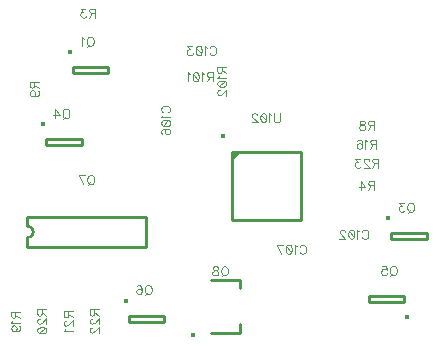
<source format=gbr>
%TF.GenerationSoftware,Novarm,DipTrace,3.0.0.2*%
%TF.CreationDate,2017-04-09T13:10:19+02:00*%
%FSLAX26Y26*%
%MOIN*%
%TF.FileFunction,Legend,Bot*%
%TF.Part,Single*%
%ADD10C,0.009843*%
%ADD29C,0.015404*%
%ADD31C,0.01542*%
%ADD36O,0.016422X0.016542*%
%ADD78C,0.004632*%
G75*
G01*
%LPD*%
D29*
X700864Y1574276D3*
X710064Y1524134D2*
D10*
X828169D1*
Y1504449D1*
X710064D1*
Y1524134D1*
D29*
X1763167Y1021225D3*
X1772368Y971083D2*
D10*
X1890472D1*
Y951398D1*
X1772368D1*
Y971083D1*
D29*
X613167Y1333725D3*
X622368Y1283583D2*
D10*
X740472D1*
Y1263898D1*
X622368D1*
Y1283583D1*
D29*
X1824865Y691807D3*
X1815664Y741949D2*
D10*
X1697559D1*
Y761634D1*
X1815664D1*
Y741949D1*
D29*
X888167Y746225D3*
X897368Y696083D2*
D10*
X1015472D1*
Y676398D1*
X897368D1*
Y696083D1*
X1170898Y639488D2*
X1269304D1*
Y669028D1*
Y787113D2*
Y816654D1*
X1170898D1*
D31*
X1112269Y630391D3*
X1242039Y1242823D2*
D10*
X1470402D1*
Y1014500D1*
X1242039D1*
Y1242823D1*
D36*
X1210923Y1294476D3*
G36*
X1242039Y1242823D2*
X1273531D1*
X1242039Y1211330D1*
Y1242823D1*
G37*
X559681Y1026405D2*
D10*
X953350D1*
X559681Y924028D2*
X953350D1*
Y1026405D2*
Y924028D1*
X559681Y1026405D2*
Y994911D1*
Y955522D2*
Y924028D1*
Y994911D2*
G02X559681Y955522I-11J-19694D01*
G01*
X1674880Y975472D2*
D78*
X1676306Y978324D1*
X1679191Y981209D1*
X1682043Y982635D1*
X1687779D1*
X1690665Y981209D1*
X1693516Y978324D1*
X1694976Y975472D1*
X1696402Y971161D1*
Y963965D1*
X1694976Y959687D1*
X1693516Y956802D1*
X1690665Y953950D1*
X1687779Y952491D1*
X1682043D1*
X1679191Y953950D1*
X1676306Y956802D1*
X1674880Y959687D1*
X1665616Y976864D2*
X1662731Y978324D1*
X1658420Y982601D1*
Y952491D1*
X1640534Y982601D2*
X1644845Y981176D1*
X1647730Y976864D1*
X1649156Y969702D1*
Y965391D1*
X1647730Y958228D1*
X1644845Y953917D1*
X1640534Y952491D1*
X1637682D1*
X1633371Y953917D1*
X1630519Y958228D1*
X1629060Y965391D1*
Y969702D1*
X1630519Y976864D1*
X1633371Y981176D1*
X1637682Y982601D1*
X1640534D1*
X1630519Y976864D2*
X1647730Y958228D1*
X1618338Y975439D2*
Y976864D1*
X1616912Y979750D1*
X1615486Y981176D1*
X1612601Y982601D1*
X1606864D1*
X1604012Y981176D1*
X1602586Y979750D1*
X1601127Y976864D1*
Y974013D1*
X1602586Y971128D1*
X1605438Y966850D1*
X1619797Y952491D1*
X1599701D1*
X1166809Y1587972D2*
X1168235Y1590824D1*
X1171120Y1593709D1*
X1173972Y1595135D1*
X1179709D1*
X1182594Y1593709D1*
X1185446Y1590824D1*
X1186905Y1587972D1*
X1188331Y1583661D1*
Y1576465D1*
X1186905Y1572187D1*
X1185446Y1569302D1*
X1182594Y1566450D1*
X1179709Y1564991D1*
X1173972D1*
X1171120Y1566450D1*
X1168235Y1569302D1*
X1166809Y1572187D1*
X1157545Y1589364D2*
X1154660Y1590824D1*
X1150349Y1595101D1*
Y1564991D1*
X1132463Y1595101D2*
X1136774Y1593676D1*
X1139660Y1589364D1*
X1141086Y1582202D1*
Y1577891D1*
X1139660Y1570728D1*
X1136774Y1566417D1*
X1132463Y1564991D1*
X1129612D1*
X1125301Y1566417D1*
X1122449Y1570728D1*
X1120990Y1577891D1*
Y1582202D1*
X1122449Y1589364D1*
X1125301Y1593676D1*
X1129612Y1595101D1*
X1132463D1*
X1122449Y1589364D2*
X1139660Y1570728D1*
X1108841Y1595101D2*
X1093089D1*
X1101678Y1583628D1*
X1097367D1*
X1094515Y1582202D1*
X1093089Y1580776D1*
X1091630Y1576465D1*
Y1573613D1*
X1093089Y1569302D1*
X1095941Y1566417D1*
X1100252Y1564991D1*
X1104563D1*
X1108841Y1566417D1*
X1110267Y1567876D1*
X1111726Y1570728D1*
X1012560Y1374150D2*
X1009708Y1375576D1*
X1006823Y1378461D1*
X1005397Y1381313D1*
Y1387050D1*
X1006823Y1389935D1*
X1009708Y1392787D1*
X1012560Y1394246D1*
X1016871Y1395672D1*
X1024067D1*
X1028345Y1394246D1*
X1031230Y1392787D1*
X1034082Y1389935D1*
X1035541Y1387050D1*
Y1381313D1*
X1034082Y1378461D1*
X1031230Y1375576D1*
X1028345Y1374150D1*
X1011167Y1364886D2*
X1009708Y1362001D1*
X1005430Y1357690D1*
X1035541D1*
X1005430Y1339805D2*
X1006856Y1344116D1*
X1011167Y1347001D1*
X1018330Y1348427D1*
X1022641D1*
X1029804Y1347001D1*
X1034115Y1344116D1*
X1035541Y1339805D1*
Y1336953D1*
X1034115Y1332642D1*
X1029804Y1329790D1*
X1022641Y1328331D1*
X1018330D1*
X1011167Y1329790D1*
X1006856Y1332642D1*
X1005430Y1336953D1*
Y1339805D1*
X1011167Y1329790D2*
X1029804Y1347001D1*
X1009708Y1301856D2*
X1006856Y1303282D1*
X1005430Y1307593D1*
Y1310445D1*
X1006856Y1314756D1*
X1011167Y1317641D1*
X1018330Y1319067D1*
X1025493D1*
X1031230Y1317641D1*
X1034115Y1314756D1*
X1035541Y1310445D1*
Y1309019D1*
X1034115Y1304742D1*
X1031230Y1301856D1*
X1026919Y1300431D1*
X1025493D1*
X1021182Y1301856D1*
X1018330Y1304742D1*
X1016904Y1309019D1*
Y1310445D1*
X1018330Y1314756D1*
X1021182Y1317641D1*
X1025493Y1319067D1*
X1466809Y925472D2*
X1468235Y928324D1*
X1471120Y931209D1*
X1473972Y932635D1*
X1479709D1*
X1482594Y931209D1*
X1485446Y928324D1*
X1486905Y925472D1*
X1488331Y921161D1*
Y913965D1*
X1486905Y909687D1*
X1485446Y906802D1*
X1482594Y903950D1*
X1479709Y902491D1*
X1473972D1*
X1471120Y903950D1*
X1468235Y906802D1*
X1466809Y909687D1*
X1457545Y926864D2*
X1454660Y928324D1*
X1450349Y932601D1*
Y902491D1*
X1432463Y932601D2*
X1436774Y931176D1*
X1439660Y926864D1*
X1441086Y919702D1*
Y915391D1*
X1439660Y908228D1*
X1436774Y903917D1*
X1432463Y902491D1*
X1429612D1*
X1425301Y903917D1*
X1422449Y908228D1*
X1420990Y915391D1*
Y919702D1*
X1422449Y926864D1*
X1425301Y931176D1*
X1429612Y932601D1*
X1432463D1*
X1422449Y926864D2*
X1439660Y908228D1*
X1405989Y902491D2*
X1391630Y932601D1*
X1411726D1*
X519756Y709725D2*
Y696825D1*
X518297Y692514D1*
X516871Y691055D1*
X514019Y689629D1*
X511134D1*
X508282Y691055D1*
X506823Y692514D1*
X505397Y696825D1*
Y709725D1*
X535541D1*
X519756Y699677D2*
X535541Y689629D1*
X511167Y680365D2*
X509708Y677480D1*
X505430Y673169D1*
X535541D1*
X515445Y645236D2*
X519756Y646695D1*
X522641Y649547D1*
X524067Y653858D1*
Y655284D1*
X522641Y659595D1*
X519756Y662447D1*
X515445Y663906D1*
X514019D1*
X509708Y662447D1*
X506856Y659595D1*
X505430Y655284D1*
Y653858D1*
X506856Y649547D1*
X509708Y646695D1*
X515445Y645236D1*
X522641D1*
X529804Y646695D1*
X534115Y649547D1*
X535541Y653858D1*
Y656710D1*
X534115Y661021D1*
X531230Y662447D1*
X607256Y716888D2*
Y703988D1*
X605797Y699677D1*
X604371Y698218D1*
X601519Y696792D1*
X598634D1*
X595782Y698218D1*
X594323Y699677D1*
X592897Y703988D1*
Y716888D1*
X623041D1*
X607256Y706840D2*
X623041Y696792D1*
X600093Y686069D2*
X598667D1*
X595782Y684643D1*
X594356Y683217D1*
X592930Y680332D1*
Y674595D1*
X594356Y671743D1*
X595782Y670317D1*
X598667Y668858D1*
X601519D1*
X604404Y670317D1*
X608682Y673169D1*
X623041Y687528D1*
Y667432D1*
X592930Y649547D2*
X594356Y653858D1*
X598667Y656743D1*
X605830Y658169D1*
X610141D1*
X617304Y656743D1*
X621615Y653858D1*
X623041Y649547D1*
Y646695D1*
X621615Y642384D1*
X617304Y639532D1*
X610141Y638073D1*
X605830D1*
X598667Y639532D1*
X594356Y642384D1*
X592930Y646695D1*
Y649547D1*
X598667Y639532D2*
X617304Y656743D1*
X694756Y710438D2*
Y697538D1*
X693297Y693227D1*
X691871Y691768D1*
X689019Y690342D1*
X686134D1*
X683282Y691768D1*
X681823Y693227D1*
X680397Y697538D1*
Y710438D1*
X710541D1*
X694756Y700390D2*
X710541Y690342D1*
X687593Y679619D2*
X686167D1*
X683282Y678193D1*
X681856Y676767D1*
X680430Y673882D1*
Y668145D1*
X681856Y665293D1*
X683282Y663868D1*
X686167Y662408D1*
X689019D1*
X691904Y663868D1*
X696182Y666719D1*
X710541Y681078D1*
Y660982D1*
X686167Y651719D2*
X684708Y648834D1*
X680430Y644523D1*
X710541D1*
X771764Y1625921D2*
X774616Y1624528D1*
X777501Y1621643D1*
X778927Y1618758D1*
X780386Y1614447D1*
Y1607284D1*
X778927Y1602973D1*
X777501Y1600121D1*
X774616Y1597236D1*
X771764Y1595810D1*
X766027D1*
X763142Y1597236D1*
X760290Y1600121D1*
X758864Y1602973D1*
X757405Y1607284D1*
Y1614447D1*
X758864Y1618758D1*
X760290Y1621643D1*
X763142Y1624528D1*
X766027Y1625921D1*
X771764D1*
X767453Y1601547D2*
X758864Y1592925D1*
X748141Y1620151D2*
X745256Y1621610D1*
X740945Y1625888D1*
Y1595777D1*
X1840517Y1072870D2*
X1843369Y1071477D1*
X1846254Y1068592D1*
X1847680Y1065707D1*
X1849139Y1061396D1*
Y1054233D1*
X1847680Y1049922D1*
X1846254Y1047070D1*
X1843369Y1044185D1*
X1840517Y1042759D1*
X1834780D1*
X1831895Y1044185D1*
X1829043Y1047070D1*
X1827617Y1049922D1*
X1826158Y1054233D1*
Y1061396D1*
X1827617Y1065707D1*
X1829043Y1068592D1*
X1831895Y1071477D1*
X1834780Y1072870D1*
X1840517D1*
X1836206Y1048496D2*
X1827617Y1039874D1*
X1814009Y1072836D2*
X1798257D1*
X1806846Y1061362D1*
X1802535D1*
X1799683Y1059936D1*
X1798257Y1058511D1*
X1796798Y1054199D1*
Y1051348D1*
X1798257Y1047037D1*
X1801109Y1044151D1*
X1805420Y1042726D1*
X1809731D1*
X1814009Y1044151D1*
X1815435Y1045611D1*
X1816894Y1048463D1*
X691230Y1385370D2*
X694082Y1383977D1*
X696967Y1381092D1*
X698393Y1378207D1*
X699852Y1373896D1*
Y1366733D1*
X698393Y1362422D1*
X696967Y1359570D1*
X694082Y1356685D1*
X691230Y1355259D1*
X685493D1*
X682608Y1356685D1*
X679756Y1359570D1*
X678330Y1362422D1*
X676871Y1366733D1*
Y1373896D1*
X678330Y1378207D1*
X679756Y1381092D1*
X682608Y1383977D1*
X685493Y1385370D1*
X691230D1*
X686919Y1360996D2*
X678330Y1352374D1*
X653248Y1355226D2*
Y1385336D1*
X667607Y1365274D1*
X646085D1*
X1782611Y861670D2*
X1785463Y860277D1*
X1788348Y857392D1*
X1789774Y854507D1*
X1791233Y850196D1*
Y843033D1*
X1789774Y838722D1*
X1788348Y835870D1*
X1785463Y832985D1*
X1782611Y831559D1*
X1776874D1*
X1773989Y832985D1*
X1771137Y835870D1*
X1769711Y838722D1*
X1768252Y843033D1*
Y850196D1*
X1769711Y854507D1*
X1771137Y857392D1*
X1773989Y860277D1*
X1776874Y861670D1*
X1782611D1*
X1778300Y837296D2*
X1769711Y828674D1*
X1741778Y861637D2*
X1756104D1*
X1757530Y848737D1*
X1756104Y850163D1*
X1751793Y851622D1*
X1747515D1*
X1743204Y850163D1*
X1740319Y847311D1*
X1738893Y843000D1*
Y840148D1*
X1740319Y835837D1*
X1743204Y832952D1*
X1747515Y831526D1*
X1751793D1*
X1756104Y832952D1*
X1757530Y834411D1*
X1758989Y837263D1*
X964787Y797870D2*
X967639Y796477D1*
X970524Y793592D1*
X971950Y790707D1*
X973409Y786396D1*
Y779233D1*
X971950Y774922D1*
X970524Y772070D1*
X967639Y769185D1*
X964787Y767759D1*
X959050D1*
X956165Y769185D1*
X953313Y772070D1*
X951887Y774922D1*
X950428Y779233D1*
Y786396D1*
X951887Y790707D1*
X953313Y793592D1*
X956165Y796477D1*
X959050Y797870D1*
X964787D1*
X960476Y773496D2*
X951887Y764874D1*
X923954Y793559D2*
X925380Y796410D1*
X929691Y797836D1*
X932543D1*
X936854Y796410D1*
X939739Y792099D1*
X941165Y784936D1*
Y777774D1*
X939739Y772037D1*
X936854Y769151D1*
X932543Y767726D1*
X931117D1*
X926839Y769151D1*
X923954Y772037D1*
X922528Y776348D1*
Y777774D1*
X923954Y782085D1*
X926839Y784936D1*
X931117Y786362D1*
X932543D1*
X936854Y784936D1*
X939739Y782085D1*
X941165Y777774D1*
X782256Y716888D2*
Y703988D1*
X780797Y699677D1*
X779371Y698218D1*
X776519Y696792D1*
X773634D1*
X770782Y698218D1*
X769323Y699677D1*
X767897Y703988D1*
Y716888D1*
X798041D1*
X782256Y706840D2*
X798041Y696792D1*
X775093Y686069D2*
X773667D1*
X770782Y684643D1*
X769356Y683217D1*
X767930Y680332D1*
Y674595D1*
X769356Y671743D1*
X770782Y670317D1*
X773667Y668858D1*
X776519D1*
X779404Y670317D1*
X783682Y673169D1*
X798041Y687528D1*
Y667432D1*
X775093Y656710D2*
X773667D1*
X770782Y655284D1*
X769356Y653858D1*
X767930Y650973D1*
Y645236D1*
X769356Y642384D1*
X770782Y640958D1*
X773667Y639499D1*
X776519D1*
X779404Y640958D1*
X783682Y643810D1*
X798041Y658169D1*
Y638073D1*
X1219914Y860587D2*
X1222765Y859195D1*
X1225651Y856310D1*
X1227077Y853424D1*
X1228536Y849113D1*
Y841951D1*
X1227077Y837639D1*
X1225651Y834788D1*
X1222765Y831903D1*
X1219914Y830477D1*
X1214177D1*
X1211292Y831903D1*
X1208440Y834788D1*
X1207014Y837639D1*
X1205555Y841951D1*
Y849113D1*
X1207014Y853424D1*
X1208440Y856310D1*
X1211292Y859195D1*
X1214177Y860587D1*
X1219914D1*
X1215603Y836214D2*
X1207014Y827591D1*
X1189128Y860554D2*
X1193406Y859128D1*
X1194865Y856276D1*
Y853391D1*
X1193406Y850539D1*
X1190554Y849080D1*
X1184817Y847654D1*
X1180506Y846228D1*
X1177654Y843343D1*
X1176228Y840491D1*
Y836180D1*
X1177654Y833328D1*
X1179080Y831869D1*
X1183391Y830443D1*
X1189128D1*
X1193406Y831869D1*
X1194865Y833328D1*
X1196291Y836180D1*
Y840491D1*
X1194865Y843343D1*
X1191980Y846228D1*
X1187702Y847654D1*
X1181965Y849080D1*
X1179080Y850539D1*
X1177654Y853391D1*
Y856276D1*
X1179080Y859128D1*
X1183391Y860554D1*
X1189128D1*
X785279Y1705776D2*
X772379D1*
X768068Y1707235D1*
X766609Y1708661D1*
X765183Y1711513D1*
Y1714398D1*
X766609Y1717250D1*
X768068Y1718709D1*
X772379Y1720135D1*
X785279D1*
Y1689991D1*
X775231Y1705776D2*
X765183Y1689991D1*
X753034Y1720101D2*
X737283D1*
X745871Y1708628D1*
X741560D1*
X738708Y1707202D1*
X737283Y1705776D1*
X735823Y1701465D1*
Y1698613D1*
X737283Y1694302D1*
X740134Y1691417D1*
X744445Y1689991D1*
X748756D1*
X753034Y1691417D1*
X754460Y1692876D1*
X755919Y1695728D1*
X1715421Y1130776D2*
X1702521D1*
X1698210Y1132235D1*
X1696751Y1133661D1*
X1695325Y1136513D1*
Y1139398D1*
X1696751Y1142250D1*
X1698210Y1143709D1*
X1702521Y1145135D1*
X1715421D1*
Y1114991D1*
X1705373Y1130776D2*
X1695325Y1114991D1*
X1671702D2*
Y1145101D1*
X1686062Y1125039D1*
X1664540D1*
X1714692Y1330776D2*
X1701792D1*
X1697481Y1332235D1*
X1696021Y1333661D1*
X1694596Y1336513D1*
Y1339398D1*
X1696021Y1342250D1*
X1697481Y1343709D1*
X1701792Y1345135D1*
X1714692D1*
Y1314991D1*
X1704644Y1330776D2*
X1694596Y1314991D1*
X1678169Y1345101D2*
X1682447Y1343676D1*
X1683906Y1340824D1*
Y1337939D1*
X1682447Y1335087D1*
X1679595Y1333628D1*
X1673858Y1332202D1*
X1669547Y1330776D1*
X1666695Y1327891D1*
X1665269Y1325039D1*
Y1320728D1*
X1666695Y1317876D1*
X1668121Y1316417D1*
X1672432Y1314991D1*
X1678169D1*
X1682447Y1316417D1*
X1683906Y1317876D1*
X1685332Y1320728D1*
Y1325039D1*
X1683906Y1327891D1*
X1681021Y1330776D1*
X1676743Y1332202D1*
X1671006Y1333628D1*
X1668121Y1335087D1*
X1666695Y1337939D1*
Y1340824D1*
X1668121Y1343676D1*
X1672432Y1345101D1*
X1678169D1*
X582256Y1476495D2*
Y1463595D1*
X580797Y1459284D1*
X579371Y1457825D1*
X576519Y1456399D1*
X573634D1*
X570782Y1457825D1*
X569323Y1459284D1*
X567897Y1463595D1*
Y1476495D1*
X598041D1*
X582256Y1466447D2*
X598041Y1456399D1*
X577945Y1428466D2*
X582256Y1429925D1*
X585141Y1432777D1*
X586567Y1437088D1*
Y1438514D1*
X585141Y1442825D1*
X582256Y1445677D1*
X577945Y1447136D1*
X576519D1*
X572208Y1445677D1*
X569356Y1442825D1*
X567930Y1438514D1*
Y1437088D1*
X569356Y1432777D1*
X572208Y1429925D1*
X577945Y1428466D1*
X585141D1*
X592304Y1429925D1*
X596615Y1432777D1*
X598041Y1437088D1*
Y1439940D1*
X596615Y1444251D1*
X593730Y1445677D1*
X1722208Y1268276D2*
X1709308D1*
X1704997Y1269735D1*
X1703538Y1271161D1*
X1702112Y1274013D1*
Y1276898D1*
X1703538Y1279750D1*
X1704997Y1281209D1*
X1709308Y1282635D1*
X1722208D1*
Y1252491D1*
X1712160Y1268276D2*
X1702112Y1252491D1*
X1692849Y1276864D2*
X1689964Y1278324D1*
X1685653Y1282601D1*
Y1252491D1*
X1659178Y1278324D2*
X1660604Y1281176D1*
X1664915Y1282601D1*
X1667767D1*
X1672078Y1281176D1*
X1674963Y1276864D1*
X1676389Y1269702D1*
Y1262539D1*
X1674963Y1256802D1*
X1672078Y1253917D1*
X1667767Y1252491D1*
X1666341D1*
X1662063Y1253917D1*
X1659178Y1256802D1*
X1657752Y1261113D1*
Y1262539D1*
X1659178Y1266850D1*
X1662063Y1269702D1*
X1666341Y1271128D1*
X1667767D1*
X1672078Y1269702D1*
X1674963Y1266850D1*
X1676389Y1262539D1*
X1729388Y1205776D2*
X1716488D1*
X1712177Y1207235D1*
X1710718Y1208661D1*
X1709292Y1211513D1*
Y1214398D1*
X1710718Y1217250D1*
X1712177Y1218709D1*
X1716488Y1220135D1*
X1729388D1*
Y1189991D1*
X1719340Y1205776D2*
X1709292Y1189991D1*
X1698569Y1212939D2*
Y1214364D1*
X1697143Y1217250D1*
X1695717Y1218676D1*
X1692832Y1220101D1*
X1687095D1*
X1684243Y1218676D1*
X1682817Y1217250D1*
X1681358Y1214364D1*
Y1211513D1*
X1682817Y1208628D1*
X1685669Y1204350D1*
X1700028Y1189991D1*
X1679932D1*
X1667784Y1220101D2*
X1652032D1*
X1660621Y1208628D1*
X1656310D1*
X1653458Y1207202D1*
X1652032Y1205776D1*
X1650573Y1201465D1*
Y1198613D1*
X1652032Y1194302D1*
X1654884Y1191417D1*
X1659195Y1189991D1*
X1663506D1*
X1667784Y1191417D1*
X1669210Y1192876D1*
X1670669Y1195728D1*
X1176739Y1493276D2*
X1163839D1*
X1159528Y1494735D1*
X1158069Y1496161D1*
X1156643Y1499013D1*
Y1501898D1*
X1158069Y1504750D1*
X1159528Y1506209D1*
X1163839Y1507635D1*
X1176739D1*
Y1477491D1*
X1166691Y1493276D2*
X1156643Y1477491D1*
X1147379Y1501864D2*
X1144494Y1503324D1*
X1140183Y1507601D1*
Y1477491D1*
X1122297Y1507601D2*
X1126608Y1506176D1*
X1129493Y1501864D1*
X1130919Y1494702D1*
Y1490391D1*
X1129493Y1483228D1*
X1126608Y1478917D1*
X1122297Y1477491D1*
X1119445D1*
X1115134Y1478917D1*
X1112283Y1483228D1*
X1110823Y1490391D1*
Y1494702D1*
X1112283Y1501864D1*
X1115134Y1506176D1*
X1119445Y1507601D1*
X1122297D1*
X1112283Y1501864D2*
X1129493Y1483228D1*
X1101560Y1501864D2*
X1098675Y1503324D1*
X1094364Y1507601D1*
Y1477491D1*
X1401889Y1371414D2*
Y1349892D1*
X1400463Y1345581D1*
X1397578Y1342729D1*
X1393267Y1341270D1*
X1390415D1*
X1386104Y1342729D1*
X1383219Y1345581D1*
X1381793Y1349892D1*
Y1371414D1*
X1372530Y1365644D2*
X1369645Y1367103D1*
X1365334Y1371381D1*
Y1341270D1*
X1347448Y1371381D2*
X1351759Y1369955D1*
X1354644Y1365644D1*
X1356070Y1358481D1*
Y1354170D1*
X1354644Y1347007D1*
X1351759Y1342696D1*
X1347448Y1341270D1*
X1344596D1*
X1340285Y1342696D1*
X1337433Y1347007D1*
X1335974Y1354170D1*
Y1358481D1*
X1337433Y1365644D1*
X1340285Y1369955D1*
X1344596Y1371381D1*
X1347448D1*
X1337433Y1365644D2*
X1354644Y1347007D1*
X1325251Y1364218D2*
Y1365644D1*
X1323826Y1368529D1*
X1322400Y1369955D1*
X1319515Y1371381D1*
X1313778D1*
X1310926Y1369955D1*
X1309500Y1368529D1*
X1308041Y1365644D1*
Y1362792D1*
X1309500Y1359907D1*
X1312352Y1355629D1*
X1326711Y1341270D1*
X1306615D1*
X1207256Y1525118D2*
Y1512218D1*
X1205797Y1507907D1*
X1204371Y1506448D1*
X1201519Y1505022D1*
X1198634D1*
X1195782Y1506448D1*
X1194323Y1507907D1*
X1192897Y1512218D1*
Y1525118D1*
X1223041D1*
X1207256Y1515070D2*
X1223041Y1505022D1*
X1198667Y1495758D2*
X1197208Y1492873D1*
X1192930Y1488562D1*
X1223041D1*
X1192930Y1470677D2*
X1194356Y1474988D1*
X1198667Y1477873D1*
X1205830Y1479299D1*
X1210141D1*
X1217304Y1477873D1*
X1221615Y1474987D1*
X1223041Y1470676D1*
Y1467825D1*
X1221615Y1463514D1*
X1217304Y1460662D1*
X1210141Y1459203D1*
X1205830D1*
X1198667Y1460662D1*
X1194356Y1463514D1*
X1192930Y1467825D1*
Y1470677D1*
X1198667Y1460662D2*
X1217304Y1477873D1*
X1200093Y1448480D2*
X1198667D1*
X1195782Y1447054D1*
X1194356Y1445628D1*
X1192930Y1442743D1*
Y1437006D1*
X1194356Y1434154D1*
X1195782Y1432728D1*
X1198667Y1431269D1*
X1201519D1*
X1204404Y1432728D1*
X1208682Y1435580D1*
X1223041Y1449939D1*
Y1429843D1*
X774064Y1164820D2*
X776916Y1163427D1*
X779801Y1160542D1*
X781227Y1157657D1*
X782686Y1153346D1*
Y1146183D1*
X781227Y1141872D1*
X779801Y1139020D1*
X776916Y1136135D1*
X774064Y1134709D1*
X768327D1*
X765442Y1136135D1*
X762590Y1139020D1*
X761164Y1141872D1*
X759705Y1146183D1*
Y1153346D1*
X761164Y1157657D1*
X762590Y1160542D1*
X765442Y1163427D1*
X768327Y1164820D1*
X774064D1*
X769753Y1140446D2*
X761164Y1131824D1*
X744704Y1134676D2*
X730345Y1164787D1*
X750441D1*
M02*

</source>
